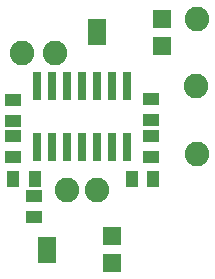
<source format=gts>
G75*
G70*
%OFA0B0*%
%FSLAX24Y24*%
%IPPOS*%
%LPD*%
%AMOC8*
5,1,8,0,0,1.08239X$1,22.5*
%
%ADD10C,0.0820*%
%ADD11R,0.0552X0.0395*%
%ADD12R,0.0316X0.0946*%
%ADD13R,0.0395X0.0552*%
%ADD14R,0.0592X0.0592*%
%ADD15R,0.0592X0.0867*%
D10*
X003980Y005380D03*
X004980Y005380D03*
X008260Y008850D03*
X008310Y011080D03*
X008310Y006590D03*
X003580Y009930D03*
X002480Y009930D03*
D11*
X002180Y008384D03*
X002180Y007676D03*
X002180Y007184D03*
X002180Y006476D03*
X002880Y005184D03*
X002880Y004476D03*
X006780Y006476D03*
X006780Y007184D03*
X006780Y007716D03*
X006780Y008424D03*
D12*
X005980Y008854D03*
X005480Y008854D03*
X004980Y008854D03*
X004480Y008854D03*
X003980Y008854D03*
X003480Y008854D03*
X002980Y008854D03*
X002980Y006806D03*
X003480Y006806D03*
X003980Y006806D03*
X004480Y006806D03*
X004980Y006806D03*
X005480Y006806D03*
X005980Y006806D03*
D13*
X006126Y005730D03*
X006834Y005730D03*
X002884Y005730D03*
X002176Y005730D03*
D14*
X005463Y003833D03*
X005463Y002927D03*
X007143Y010177D03*
X007143Y011083D03*
D15*
X003297Y003380D03*
X004977Y010630D03*
M02*

</source>
